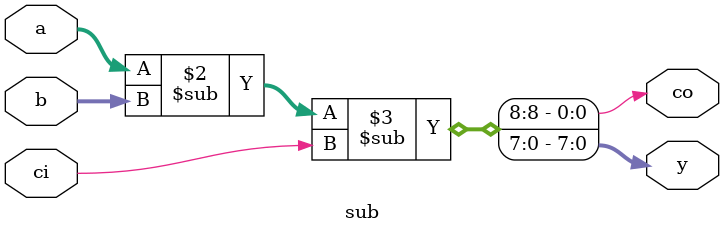
<source format=v>
`timescale 1ns/1ns

module sub(a, b, ci, co, y);
	input  [7:0] a, b;
	input        ci;
	output       co;
	output [7:0] y;
	reg    [7:0] y;
	reg          co;
	
	always@(a or b or ci) begin
		{co, y} <= a - b - ci;
	end
	
endmodule

</source>
